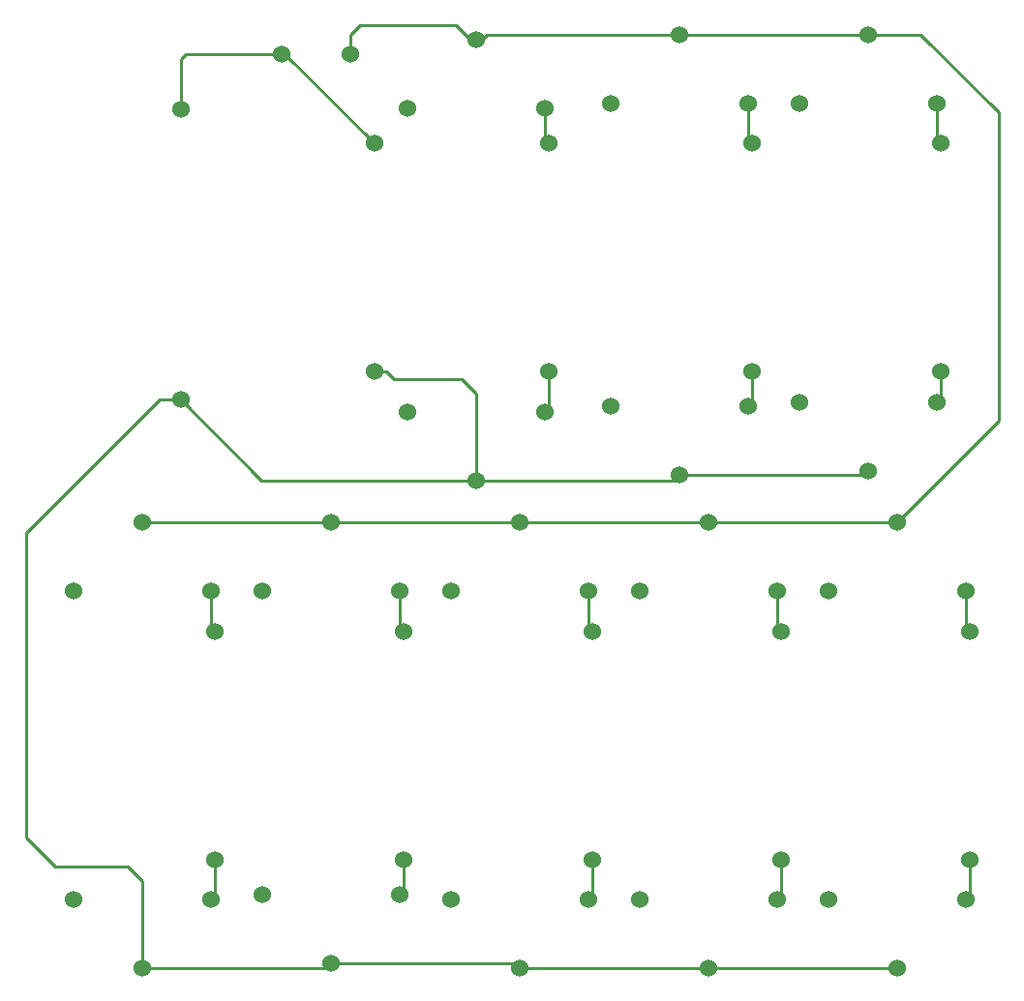
<source format=gbr>
%TF.GenerationSoftware,KiCad,Pcbnew,(6.0.7)*%
%TF.CreationDate,2022-09-04T22:45:54+08:00*%
%TF.ProjectId,6_6_2,365f365f-322e-46b6-9963-61645f706362,rev?*%
%TF.SameCoordinates,Original*%
%TF.FileFunction,Copper,L1,Top*%
%TF.FilePolarity,Positive*%
%FSLAX46Y46*%
G04 Gerber Fmt 4.6, Leading zero omitted, Abs format (unit mm)*
G04 Created by KiCad (PCBNEW (6.0.7)) date 2022-09-04 22:45:54*
%MOMM*%
%LPD*%
G01*
G04 APERTURE LIST*
%TA.AperFunction,ComponentPad*%
%ADD10C,1.524000*%
%TD*%
%TA.AperFunction,Conductor*%
%ADD11C,0.250000*%
%TD*%
G04 APERTURE END LIST*
D10*
%TO.P,U17,3,NO*%
%TO.N,Net-(U17-Pad3)*%
X82200000Y-95600000D03*
%TO.P,U17,2,NC*%
%TO.N,unconnected-(U17-Pad2)*%
X70200000Y-95600000D03*
%TO.P,U17,1,Com*%
%TO.N,Net-(A1-Pad2)*%
X76200000Y-101600000D03*
%TD*%
%TO.P,U16,3,NO*%
%TO.N,Net-(U16-Pad3)*%
X82200000Y-68580000D03*
%TO.P,U16,2,NC*%
%TO.N,unconnected-(U16-Pad2)*%
X70200000Y-68580000D03*
%TO.P,U16,1,Com*%
%TO.N,Net-(U6-Pad1)*%
X76200000Y-62580000D03*
%TD*%
%TO.P,U15,3,NO*%
%TO.N,Net-(U15-Pad3)*%
X98710000Y-95600000D03*
%TO.P,U15,2,NC*%
%TO.N,unconnected-(U15-Pad2)*%
X86710000Y-95600000D03*
%TO.P,U15,1,Com*%
%TO.N,Net-(A1-Pad2)*%
X92710000Y-101600000D03*
%TD*%
%TO.P,U14,3,NO*%
%TO.N,Net-(U14-Pad3)*%
X98710000Y-68580000D03*
%TO.P,U14,2,NC*%
%TO.N,unconnected-(U14-Pad2)*%
X86710000Y-68580000D03*
%TO.P,U14,1,Com*%
%TO.N,Net-(U6-Pad1)*%
X92710000Y-62580000D03*
%TD*%
%TO.P,U13,3,NO*%
%TO.N,Net-(U13-Pad3)*%
X49180000Y-95140000D03*
%TO.P,U13,2,NC*%
%TO.N,unconnected-(U13-Pad2)*%
X37180000Y-95140000D03*
%TO.P,U13,1,Com*%
%TO.N,Net-(A1-Pad2)*%
X43180000Y-101140000D03*
%TD*%
%TO.P,U12,3,NO*%
%TO.N,Net-(U12-Pad3)*%
X49180000Y-68580000D03*
%TO.P,U12,2,NC*%
%TO.N,unconnected-(U12-Pad2)*%
X37180000Y-68580000D03*
%TO.P,U12,1,Com*%
%TO.N,Net-(U6-Pad1)*%
X43180000Y-62580000D03*
%TD*%
%TO.P,U11,3,NO*%
%TO.N,Net-(R6-Pad2)*%
X65690000Y-95600000D03*
%TO.P,U11,2,NC*%
%TO.N,unconnected-(U11-Pad2)*%
X53690000Y-95600000D03*
%TO.P,U11,1,Com*%
%TO.N,Net-(A1-Pad2)*%
X59690000Y-101600000D03*
%TD*%
%TO.P,U10,3,NO*%
%TO.N,Net-(U10-Pad3)*%
X65690000Y-68580000D03*
%TO.P,U10,2,NC*%
%TO.N,unconnected-(U10-Pad2)*%
X53690000Y-68580000D03*
%TO.P,U10,1,Com*%
%TO.N,Net-(U6-Pad1)*%
X59690000Y-62580000D03*
%TD*%
%TO.P,U9,3,NO*%
%TO.N,Net-(U9-Pad3)*%
X32670000Y-95600000D03*
%TO.P,U9,2,NC*%
%TO.N,unconnected-(U9-Pad2)*%
X20670000Y-95600000D03*
%TO.P,U9,1,Com*%
%TO.N,Net-(A1-Pad2)*%
X26670000Y-101600000D03*
%TD*%
%TO.P,U8,3,NO*%
%TO.N,Net-(U8-Pad3)*%
X32670000Y-68580000D03*
%TO.P,U8,2,NC*%
%TO.N,unconnected-(U8-Pad2)*%
X20670000Y-68580000D03*
%TO.P,U8,1,Com*%
%TO.N,Net-(U6-Pad1)*%
X26670000Y-62580000D03*
%TD*%
%TO.P,U7,1,Com*%
%TO.N,Net-(A1-Pad2)*%
X90170000Y-58070000D03*
%TO.P,U7,2,NC*%
%TO.N,unconnected-(U7-Pad2)*%
X84170000Y-52070000D03*
%TO.P,U7,3,NO*%
%TO.N,Net-(U7-Pad3)*%
X96170000Y-52070000D03*
%TD*%
%TO.P,U6,1,Com*%
%TO.N,Net-(U6-Pad1)*%
X90170000Y-19860000D03*
%TO.P,U6,2,NC*%
%TO.N,unconnected-(U6-Pad2)*%
X84170000Y-25860000D03*
%TO.P,U6,3,NO*%
%TO.N,Net-(U6-Pad3)*%
X96170000Y-25860000D03*
%TD*%
%TO.P,U5,1,Com*%
%TO.N,Net-(A1-Pad2)*%
X73660000Y-58420000D03*
%TO.P,U5,2,NC*%
%TO.N,unconnected-(U5-Pad2)*%
X67660000Y-52420000D03*
%TO.P,U5,3,NO*%
%TO.N,Net-(R3-Pad2)*%
X79660000Y-52420000D03*
%TD*%
%TO.P,U4,1,Com*%
%TO.N,Net-(U6-Pad1)*%
X73660000Y-19860000D03*
%TO.P,U4,2,NC*%
%TO.N,unconnected-(U4-Pad2)*%
X67660000Y-25860000D03*
%TO.P,U4,3,NO*%
%TO.N,Net-(R3-Pad1)*%
X79660000Y-25860000D03*
%TD*%
%TO.P,U3,1,Com*%
%TO.N,Net-(A1-Pad2)*%
X55880000Y-58880000D03*
%TO.P,U3,2,NC*%
%TO.N,unconnected-(U3-Pad2)*%
X49880000Y-52880000D03*
%TO.P,U3,3,NO*%
%TO.N,Net-(U3-Pad3)*%
X61880000Y-52880000D03*
%TD*%
%TO.P,U2,1,Com*%
%TO.N,Net-(U6-Pad1)*%
X55880000Y-20320000D03*
%TO.P,U2,2,NC*%
%TO.N,unconnected-(U2-Pad2)*%
X49880000Y-26320000D03*
%TO.P,U2,3,NO*%
%TO.N,Net-(U2-Pad3)*%
X61880000Y-26320000D03*
%TD*%
%TO.P,U1,1,+*%
%TO.N,Net-(U1-Pad1)*%
X38910000Y-21590000D03*
%TO.P,U1,2,-*%
%TO.N,Net-(U6-Pad1)*%
X44910000Y-21590000D03*
%TD*%
%TO.P,R9,2*%
%TO.N,Net-(U17-Pad3)*%
X82550000Y-92090000D03*
%TO.P,R9,1*%
%TO.N,Net-(U16-Pad3)*%
X82550000Y-72090000D03*
%TD*%
%TO.P,R8,2*%
%TO.N,Net-(U15-Pad3)*%
X99060000Y-92090000D03*
%TO.P,R8,1*%
%TO.N,Net-(U14-Pad3)*%
X99060000Y-72090000D03*
%TD*%
%TO.P,R7,2*%
%TO.N,Net-(U13-Pad3)*%
X49530000Y-92090000D03*
%TO.P,R7,1*%
%TO.N,Net-(U12-Pad3)*%
X49530000Y-72090000D03*
%TD*%
%TO.P,R6,2*%
%TO.N,Net-(R6-Pad2)*%
X66040000Y-92090000D03*
%TO.P,R6,1*%
%TO.N,Net-(U10-Pad3)*%
X66040000Y-72090000D03*
%TD*%
%TO.P,R5,2*%
%TO.N,Net-(U9-Pad3)*%
X33020000Y-92090000D03*
%TO.P,R5,1*%
%TO.N,Net-(U8-Pad3)*%
X33020000Y-72090000D03*
%TD*%
%TO.P,R4,2*%
%TO.N,Net-(U7-Pad3)*%
X96520000Y-49370000D03*
%TO.P,R4,1*%
%TO.N,Net-(U6-Pad3)*%
X96520000Y-29370000D03*
%TD*%
%TO.P,R3,1*%
%TO.N,Net-(R3-Pad1)*%
X80010000Y-29370000D03*
%TO.P,R3,2*%
%TO.N,Net-(R3-Pad2)*%
X80010000Y-49370000D03*
%TD*%
%TO.P,R2,1*%
%TO.N,Net-(U2-Pad3)*%
X62230000Y-29370000D03*
%TO.P,R2,2*%
%TO.N,Net-(U3-Pad3)*%
X62230000Y-49370000D03*
%TD*%
%TO.P,R1,2*%
%TO.N,Net-(A1-Pad2)*%
X46990000Y-49370000D03*
%TO.P,R1,1*%
%TO.N,Net-(U1-Pad1)*%
X46990000Y-29370000D03*
%TD*%
%TO.P,A1,1,+*%
%TO.N,Net-(U1-Pad1)*%
X30048200Y-26416000D03*
%TO.P,A1,2,-*%
%TO.N,Net-(A1-Pad2)*%
X30048200Y-51816000D03*
%TD*%
D11*
%TO.N,Net-(U1-Pad1)*%
X30480000Y-21590000D02*
X38910000Y-21590000D01*
X30048200Y-22021800D02*
X30480000Y-21590000D01*
X30048200Y-26416000D02*
X30048200Y-22021800D01*
%TO.N,Net-(U6-Pad1)*%
X45720000Y-19050000D02*
X54150000Y-19050000D01*
X44910000Y-19860000D02*
X45720000Y-19050000D01*
X44910000Y-21590000D02*
X44910000Y-19860000D01*
X94790000Y-19860000D02*
X101600000Y-26670000D01*
X101600000Y-53690000D02*
X92710000Y-62580000D01*
X90170000Y-19860000D02*
X94790000Y-19860000D01*
X101600000Y-26670000D02*
X101600000Y-53690000D01*
%TO.N,Net-(A1-Pad2)*%
X19050000Y-92710000D02*
X25400000Y-92710000D01*
X16510000Y-90170000D02*
X19050000Y-92710000D01*
X16510000Y-63500000D02*
X16510000Y-90170000D01*
X28194000Y-51816000D02*
X16510000Y-63500000D01*
X25400000Y-92710000D02*
X26670000Y-93980000D01*
X30048200Y-51816000D02*
X28194000Y-51816000D01*
X26670000Y-93980000D02*
X26670000Y-101600000D01*
X55880000Y-51260000D02*
X55880000Y-58880000D01*
X54610000Y-49990000D02*
X55880000Y-51260000D01*
X48067630Y-49370000D02*
X48687630Y-49990000D01*
X48687630Y-49990000D02*
X54610000Y-49990000D01*
X46990000Y-49370000D02*
X48067630Y-49370000D01*
%TO.N,Net-(U3-Pad3)*%
X62230000Y-52530000D02*
X61880000Y-52880000D01*
X62230000Y-49370000D02*
X62230000Y-52530000D01*
%TO.N,Net-(U2-Pad3)*%
X61880000Y-29020000D02*
X62230000Y-29370000D01*
X61880000Y-26320000D02*
X61880000Y-29020000D01*
%TO.N,Net-(R3-Pad2)*%
X80010000Y-52070000D02*
X79660000Y-52420000D01*
X80010000Y-49370000D02*
X80010000Y-52070000D01*
%TO.N,Net-(R3-Pad1)*%
X79660000Y-25860000D02*
X79660000Y-29020000D01*
X79660000Y-29020000D02*
X80010000Y-29370000D01*
%TO.N,Net-(U7-Pad3)*%
X96520000Y-51720000D02*
X96170000Y-52070000D01*
X96520000Y-49370000D02*
X96520000Y-51720000D01*
%TO.N,Net-(U6-Pad3)*%
X96170000Y-25860000D02*
X96170000Y-29020000D01*
X96170000Y-29020000D02*
X96520000Y-29370000D01*
%TO.N,Net-(U9-Pad3)*%
X33020000Y-92090000D02*
X33020000Y-95250000D01*
X33020000Y-95250000D02*
X32670000Y-95600000D01*
%TO.N,Net-(U8-Pad3)*%
X32670000Y-71740000D02*
X33020000Y-72090000D01*
X32670000Y-68580000D02*
X32670000Y-71740000D01*
%TO.N,Net-(U13-Pad3)*%
X49530000Y-94790000D02*
X49180000Y-95140000D01*
X49530000Y-92090000D02*
X49530000Y-94790000D01*
%TO.N,Net-(U12-Pad3)*%
X49180000Y-71740000D02*
X49530000Y-72090000D01*
X49180000Y-68580000D02*
X49180000Y-71740000D01*
%TO.N,Net-(R6-Pad2)*%
X66040000Y-95250000D02*
X65690000Y-95600000D01*
X66040000Y-92090000D02*
X66040000Y-95250000D01*
%TO.N,Net-(U10-Pad3)*%
X65690000Y-68580000D02*
X65690000Y-71740000D01*
X65690000Y-71740000D02*
X66040000Y-72090000D01*
%TO.N,Net-(U16-Pad3)*%
X82200000Y-71740000D02*
X82550000Y-72090000D01*
X82200000Y-68580000D02*
X82200000Y-71740000D01*
%TO.N,Net-(U17-Pad3)*%
X82550000Y-95250000D02*
X82200000Y-95600000D01*
X82550000Y-92090000D02*
X82550000Y-95250000D01*
%TO.N,Net-(U15-Pad3)*%
X99060000Y-95250000D02*
X98710000Y-95600000D01*
X99060000Y-92090000D02*
X99060000Y-95250000D01*
%TO.N,Net-(U14-Pad3)*%
X98710000Y-71740000D02*
X99060000Y-72090000D01*
X98710000Y-68580000D02*
X98710000Y-71740000D01*
%TO.N,Net-(U6-Pad1)*%
X92710000Y-62230000D02*
X92710000Y-62580000D01*
X92360000Y-62580000D02*
X92710000Y-62230000D01*
X76200000Y-62580000D02*
X92360000Y-62580000D01*
X59690000Y-62580000D02*
X76200000Y-62580000D01*
X59340000Y-62580000D02*
X59690000Y-62230000D01*
X59690000Y-62230000D02*
X59690000Y-62580000D01*
X43180000Y-62580000D02*
X59340000Y-62580000D01*
X26670000Y-62580000D02*
X43180000Y-62580000D01*
X73660000Y-19860000D02*
X90520000Y-19860000D01*
X56800000Y-19860000D02*
X73660000Y-19860000D01*
X55880000Y-20780000D02*
X56800000Y-19860000D01*
X54150000Y-19050000D02*
X55880000Y-20780000D01*
%TO.N,Net-(A1-Pad2)*%
X76200000Y-101600000D02*
X92710000Y-101600000D01*
X59690000Y-101600000D02*
X76200000Y-101600000D01*
X43180000Y-101140000D02*
X59230000Y-101140000D01*
X59230000Y-101140000D02*
X59690000Y-101600000D01*
X42720000Y-101600000D02*
X43180000Y-101140000D01*
X26670000Y-101600000D02*
X42720000Y-101600000D01*
X89820000Y-58420000D02*
X90170000Y-58070000D01*
X73660000Y-58420000D02*
X89820000Y-58420000D01*
X73200000Y-58880000D02*
X73660000Y-58420000D01*
X55880000Y-58880000D02*
X73200000Y-58880000D01*
X37112200Y-58880000D02*
X55880000Y-58880000D01*
X30048200Y-51816000D02*
X37112200Y-58880000D01*
%TO.N,Net-(U1-Pad1)*%
X38910000Y-21290000D02*
X46990000Y-29370000D01*
%TD*%
M02*

</source>
